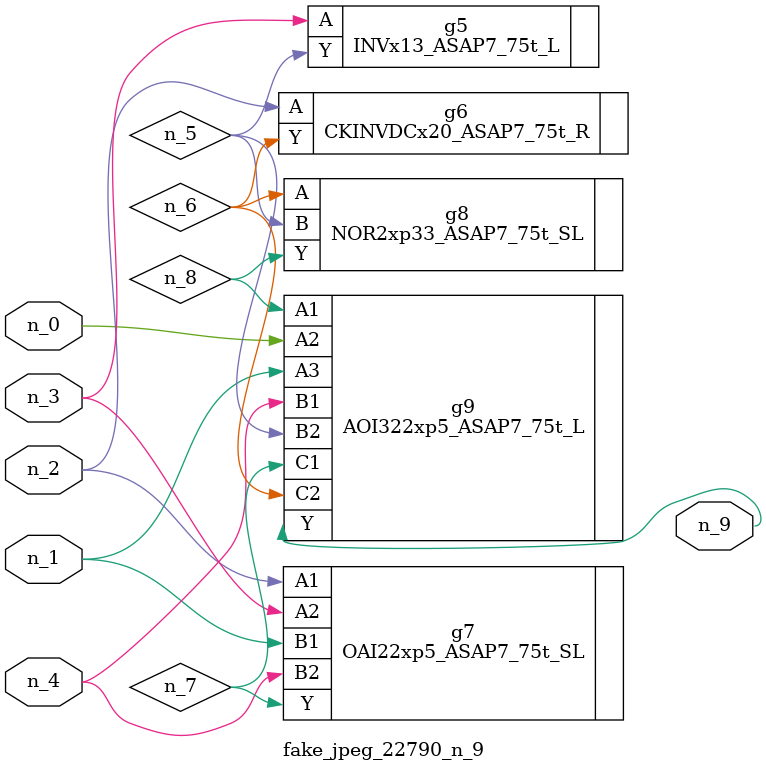
<source format=v>
module fake_jpeg_22790_n_9 (n_3, n_2, n_1, n_0, n_4, n_9);

input n_3;
input n_2;
input n_1;
input n_0;
input n_4;

output n_9;

wire n_8;
wire n_6;
wire n_5;
wire n_7;

INVx13_ASAP7_75t_L g5 ( 
.A(n_3),
.Y(n_5)
);

CKINVDCx20_ASAP7_75t_R g6 ( 
.A(n_2),
.Y(n_6)
);

OAI22xp5_ASAP7_75t_SL g7 ( 
.A1(n_2),
.A2(n_3),
.B1(n_1),
.B2(n_4),
.Y(n_7)
);

NOR2xp33_ASAP7_75t_SL g8 ( 
.A(n_6),
.B(n_5),
.Y(n_8)
);

AOI322xp5_ASAP7_75t_L g9 ( 
.A1(n_8),
.A2(n_0),
.A3(n_1),
.B1(n_4),
.B2(n_5),
.C1(n_7),
.C2(n_6),
.Y(n_9)
);


endmodule
</source>
